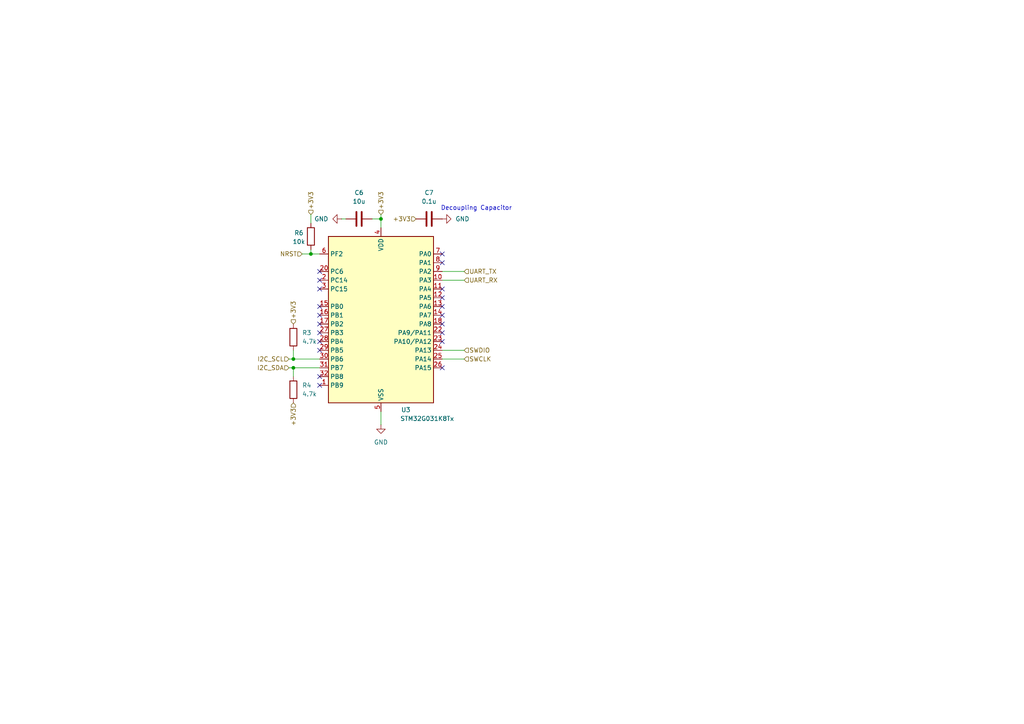
<source format=kicad_sch>
(kicad_sch (version 20250114) (generator "eeschema") (generator_version "9.0")
  (paper "A4")
  (lib_symbols
    (symbol "Device:C" (pin_numbers (hide yes)) (pin_names (offset 0.254))
      (property "Reference" "C" (at 0.635 2.54 0))
      (property "Value" "C" (at 0.635 -2.54 0))
      (symbol "C_0_1"
        (polyline (pts (xy -2.032 0.762) (xy 2.032 0.762)) (stroke (width 0.508)))
        (polyline (pts (xy -2.032 -0.762) (xy 2.032 -0.762)) (stroke (width 0.508)))
      )
      (symbol "C_1_1"
        (pin passive line (at 0 3.81 270) (length 2.794) (name "~") (number "1"))
        (pin passive line (at 0 -3.81 90) (length 2.794) (name "~") (number "2"))
      )
    )
    (symbol "Device:R" (pin_numbers (hide yes)) (pin_names (offset 0))
      (property "Reference" "R" (at 2.032 0 90))
      (property "Value" "R" (at 0 0 90))
      (symbol "R_0_1"
        (rectangle (start -1.016 -2.54) (end 1.016 2.54) (stroke (width 0.254)))
      )
      (symbol "R_1_1"
        (pin passive line (at 0 3.81 270) (length 1.27) (name "~") (number "1"))
        (pin passive line (at 0 -3.81 90) (length 1.27) (name "~") (number "2"))
      )
    )
    (symbol "MCU_ST_STM32G0:STM32G031K8Tx"
      (property "Reference" "U" (at -15.24 26.67 0))
      (property "Value" "STM32G031K8Tx" (at 2.54 26.67 0))
      (symbol "STM32G031K8Tx_0_1"
        (rectangle (start -15.24 -22.86) (end 15.24 25.4) (stroke (width 0.254)) (fill (type background)))
      )
      (symbol "STM32G031K8Tx_1_1"
        (pin bidirectional line (at -17.78 20.32 0) (length 2.54) (name "PF2") (number "6"))
        (pin bidirectional line (at -17.78 15.24 0) (length 2.54) (name "PC6") (number "20"))
        (pin bidirectional line (at -17.78 12.7 0) (length 2.54) (name "PC14") (number "2"))
        (pin bidirectional line (at -17.78 10.16 0) (length 2.54) (name "PC15") (number "3"))
        (pin bidirectional line (at -17.78 5.08 0) (length 2.54) (name "PB0") (number "15"))
        (pin bidirectional line (at -17.78 2.54 0) (length 2.54) (name "PB1") (number "16"))
        (pin bidirectional line (at -17.78 0 0) (length 2.54) (name "PB2") (number "17"))
        (pin bidirectional line (at -17.78 -2.54 0) (length 2.54) (name "PB3") (number "27"))
        (pin bidirectional line (at -17.78 -5.08 0) (length 2.54) (name "PB4") (number "28"))
        (pin bidirectional line (at -17.78 -7.62 0) (length 2.54) (name "PB5") (number "29"))
        (pin bidirectional line (at -17.78 -10.16 0) (length 2.54) (name "PB6") (number "30"))
        (pin bidirectional line (at -17.78 -12.7 0) (length 2.54) (name "PB7") (number "31"))
        (pin bidirectional line (at -17.78 -15.24 0) (length 2.54) (name "PB8") (number "32"))
        (pin bidirectional line (at -17.78 -17.78 0) (length 2.54) (name "PB9") (number "1"))
        (pin no_connect line (at -15.24 -20.32 0) (length 2.54) (hide yes) (name "NC/PA10") (number "21"))
        (pin no_connect line (at -15.24 -22.86 0) (length 2.54) (hide yes) (name "NC/PA9") (number "19"))
        (pin power_in line (at 0 27.94 270) (length 2.54) (name "VDD") (number "4"))
        (pin power_in line (at 0 -25.4 90) (length 2.54) (name "VSS") (number "5"))
        (pin bidirectional line (at 17.78 20.32 180) (length 2.54) (name "PA0") (number "7"))
        (pin bidirectional line (at 17.78 17.78 180) (length 2.54) (name "PA1") (number "8"))
        (pin bidirectional line (at 17.78 15.24 180) (length 2.54) (name "PA2") (number "9"))
        (pin bidirectional line (at 17.78 12.7 180) (length 2.54) (name "PA3") (number "10"))
        (pin bidirectional line (at 17.78 10.16 180) (length 2.54) (name "PA4") (number "11"))
        (pin bidirectional line (at 17.78 7.62 180) (length 2.54) (name "PA5") (number "12"))
        (pin bidirectional line (at 17.78 5.08 180) (length 2.54) (name "PA6") (number "13"))
        (pin bidirectional line (at 17.78 2.54 180) (length 2.54) (name "PA7") (number "14"))
        (pin bidirectional line (at 17.78 0 180) (length 2.54) (name "PA8") (number "18"))
        (pin bidirectional line (at 17.78 -2.54 180) (length 2.54) (name "PA9/PA11") (number "22"))
        (pin bidirectional line (at 17.78 -5.08 180) (length 2.54) (name "PA10/PA12") (number "23"))
        (pin bidirectional line (at 17.78 -7.62 180) (length 2.54) (name "PA13") (number "24"))
        (pin bidirectional line (at 17.78 -10.16 180) (length 2.54) (name "PA14") (number "25"))
        (pin bidirectional line (at 17.78 -12.7 180) (length 2.54) (name "PA15") (number "26"))
      )
    )
    (symbol "power:GND" (power) (pin_numbers (hide yes)) (pin_names (offset 0) (hide yes))
      (property "Value" "GND" (at 0 -3.81 0))
      (symbol "GND_0_1"
        (polyline (pts (xy 0 0) (xy 0 -1.27) (xy 1.27 -1.27) (xy 0 -2.54) (xy -1.27 -1.27) (xy 0 -1.27)))
      )
      (symbol "GND_1_1"
        (pin power_in line (at 0 0 270) (length 0) (name "~") (number "1"))
      )
    )
  )
  (text "Decoupling Capacitor" (at 138.176 60.452 0) (effects (font (size 1.27 1.27))))
  (junction (at 85.09 104.14))
  (junction (at 110.49 63.5))
  (junction (at 90.17 73.66))
  (junction (at 85.09 106.68))
  (no_connect (at 92.71 81.28))
  (no_connect (at 92.71 96.52))
  (no_connect (at 128.27 99.06))
  (no_connect (at 128.27 88.9))
  (no_connect (at 92.71 111.76))
  (no_connect (at 128.27 93.98))
  (no_connect (at 128.27 73.66))
  (no_connect (at 128.27 106.68))
  (no_connect (at 128.27 96.52))
  (no_connect (at 92.71 109.22))
  (no_connect (at 92.71 101.6))
  (no_connect (at 92.71 93.98))
  (no_connect (at 128.27 76.2))
  (no_connect (at 92.71 78.74))
  (no_connect (at 92.71 88.9))
  (no_connect (at 92.71 83.82))
  (no_connect (at 128.27 83.82))
  (no_connect (at 92.71 91.44))
  (no_connect (at 128.27 86.36))
  (no_connect (at 128.27 91.44))
  (no_connect (at 92.71 99.06))
  (wire (pts (xy 100.33 63.5) (xy 99.06 63.5)))
  (wire (pts (xy 110.49 62.23) (xy 110.49 63.5)))
  (wire (pts (xy 85.09 104.14) (xy 92.71 104.14)))
  (wire (pts (xy 90.17 62.23) (xy 90.17 64.77)))
  (wire (pts (xy 83.82 104.14) (xy 85.09 104.14)))
  (wire (pts (xy 128.27 81.28) (xy 134.62 81.28)))
  (wire (pts (xy 83.82 106.68) (xy 85.09 106.68)))
  (wire (pts (xy 85.09 106.68) (xy 92.71 106.68)))
  (wire (pts (xy 128.27 78.74) (xy 134.62 78.74)))
  (wire (pts (xy 90.17 73.66) (xy 92.71 73.66)))
  (wire (pts (xy 110.49 119.38) (xy 110.49 123.19)))
  (wire (pts (xy 87.63 73.66) (xy 90.17 73.66)))
  (wire (pts (xy 107.95 63.5) (xy 110.49 63.5)))
  (wire (pts (xy 85.09 101.6) (xy 85.09 104.14)))
  (wire (pts (xy 128.27 101.6) (xy 134.62 101.6)))
  (wire (pts (xy 110.49 63.5) (xy 110.49 66.04)))
  (wire (pts (xy 128.27 104.14) (xy 134.62 104.14)))
  (wire (pts (xy 85.09 106.68) (xy 85.09 109.22)))
  (wire (pts (xy 90.17 72.39) (xy 90.17 73.66)))
  (hierarchical_label "NRST" (shape input) (at 87.63 73.66 180))
  (hierarchical_label "UART_RX" (shape input) (at 134.62 81.28 0))
  (hierarchical_label "+3V3" (shape input) (at 110.49 62.23 90))
  (hierarchical_label "+3V3" (shape input) (at 85.09 116.84 270))
  (hierarchical_label "UART_TX" (shape input) (at 134.62 78.74 0))
  (hierarchical_label "I2C_SDA" (shape input) (at 83.82 106.68 180))
  (hierarchical_label "SWDIO" (shape input) (at 134.62 101.6 0))
  (hierarchical_label "+3V3" (shape input) (at 90.17 62.23 90))
  (hierarchical_label "SWCLK" (shape input) (at 134.62 104.14 0))
  (hierarchical_label "+3V3" (shape input) (at 85.09 93.98 90))
  (hierarchical_label "+3V3" (shape input) (at 120.65 63.5 180))
  (hierarchical_label "I2C_SCL" (shape input) (at 83.82 104.14 180))
  (symbol (lib_id "Device:R") (at 85.09 97.79 180) (unit 1)
    (property "Reference" "R3" (at 87.63 96.5199 0) (effects (justify right)))
    (property "Value" "4.7k" (at 87.63 99.0599 0) (effects (justify right)))
    (property "Footprint" "Resistor_SMD:R_0603_1608Metric" (effects (hide yes)))
    (property "Description" "Resistor" (effects (hide yes)))
  )
  (symbol (lib_id "power:GND") (at 128.27 63.5 90) (unit 1)
    (property "Reference" "#PWR07" (effects (hide yes)))
    (property "Value" "GND" (at 132.08 63.4999 90) (effects (justify right)))
    (property "Description" "Power symbol creates a global label with name \"GND\" , ground" (effects (hide yes)))
  )
  (symbol (lib_id "MCU_ST_STM32G0:STM32G031K8Tx") (at 110.49 93.98 0) (unit 1)
    (property "Reference" "U3" (at 116.332 118.872 0) (effects (justify left)))
    (property "Value" "STM32G031K8Tx" (at 116.078 121.412 0) (effects (justify left)))
    (property "Footprint" "Package_QFP:LQFP-32_7x7mm_P0.8mm" (effects (hide yes)))
    (property "Datasheet" "https://www.st.com/resource/en/datasheet/stm32g031k8.pdf" (effects (hide yes)))
    (property "Description" "STMicroelectronics Arm Cortex-M0+ MCU, 64KB flash, 8KB RAM, 64 MHz, 1.7-3.6V, 30 GPIO, LQFP32" (effects (hide yes)))
  )
  (symbol (lib_id "power:GND") (at 110.49 123.19 0) (unit 1)
    (property "Reference" "#PWR05" (effects (hide yes)))
    (property "Value" "GND" (at 110.49 128.27 0))
    (property "Description" "Power symbol creates a global label with name \"GND\" , ground" (effects (hide yes)))
  )
  (symbol (lib_id "power:GND") (at 99.06 63.5 270) (unit 1)
    (property "Reference" "#PWR06" (effects (hide yes)))
    (property "Value" "GND" (at 95.25 63.4999 90) (effects (justify right)))
    (property "Description" "Power symbol creates a global label with name \"GND\" , ground" (effects (hide yes)))
  )
  (symbol (lib_id "Device:R") (at 90.17 68.58 0) (unit 1)
    (property "Reference" "R6" (at 85.344 67.564 0) (effects (justify left)))
    (property "Value" "10k" (at 84.836 70.104 0) (effects (justify left)))
    (property "Footprint" "Resistor_SMD:R_0603_1608Metric" (effects (hide yes)))
    (property "Description" "Resistor" (effects (hide yes)))
  )
  (symbol (lib_id "Device:C") (at 124.46 63.5 90) (unit 1)
    (property "Reference" "C7" (at 124.46 55.88 90))
    (property "Value" "0.1u" (at 124.46 58.42 90))
    (property "Footprint" "Capacitor_SMD:C_0603_1608Metric" (effects (hide yes)))
    (property "Description" "Unpolarized capacitor" (effects (hide yes)))
  )
  (symbol (lib_id "Device:R") (at 85.09 113.03 180) (unit 1)
    (property "Reference" "R4" (at 87.63 111.7599 0) (effects (justify right)))
    (property "Value" "4.7k" (at 87.63 114.2999 0) (effects (justify right)))
    (property "Footprint" "Resistor_SMD:R_0603_1608Metric" (effects (hide yes)))
    (property "Description" "Resistor" (effects (hide yes)))
  )
  (symbol (lib_id "Device:C") (at 104.14 63.5 90) (unit 1)
    (property "Reference" "C6" (at 104.14 55.88 90))
    (property "Value" "10u" (at 104.14 58.42 90))
    (property "Footprint" "Capacitor_SMD:C_0603_1608Metric" (effects (hide yes)))
    (property "Description" "Unpolarized capacitor" (effects (hide yes)))
  )
)
</source>
